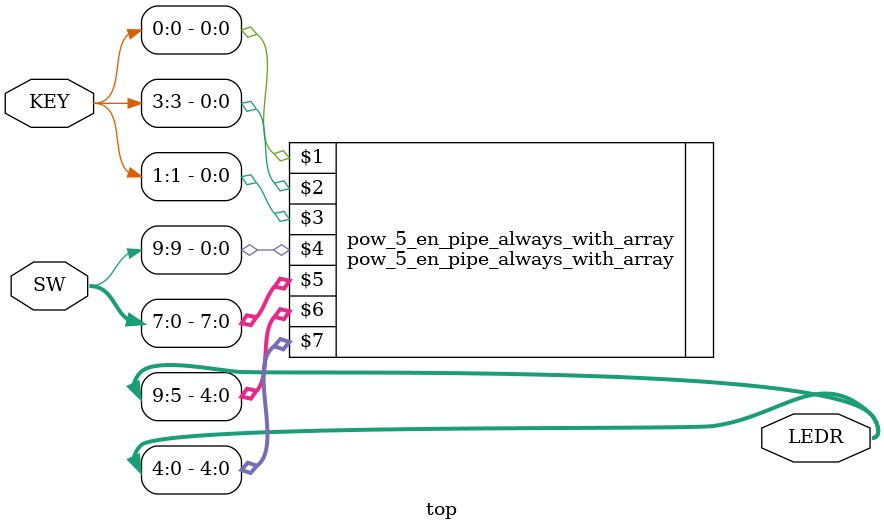
<source format=v>
module top (SW, KEY, LEDR);

	 input wire [9:0] SW;        // DE-series switches
    input wire [3:0] KEY;       // DE-series pushbuttons
   
	 output wire [9:0] LEDR;     // DE-series LEDs   

    pow_5_en_pipe_always_with_array pow_5_en_pipe_always_with_array (KEY[0], KEY[3], KEY[1], SW[9], SW[7:0], LEDR[9:5], LEDR[4:0]);

endmodule


</source>
